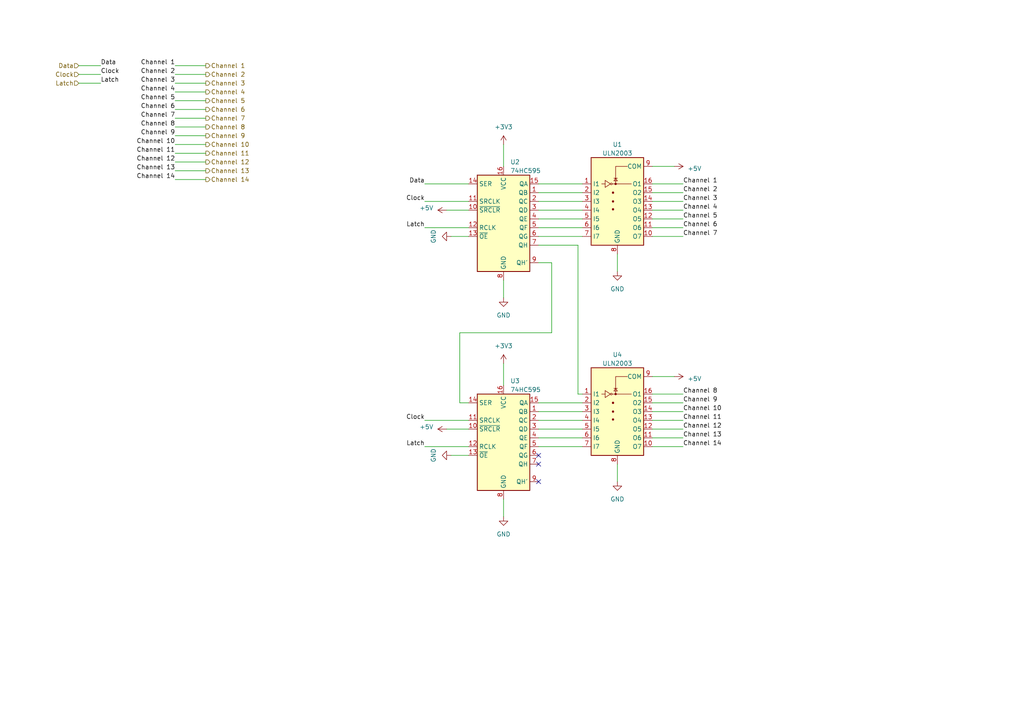
<source format=kicad_sch>
(kicad_sch (version 20230121) (generator eeschema)
  (paper "A4")
  (title_block (title "Essigfabrik 2-Way PA Switcher") (date "2023-11-21") (rev "1") (company "Daniel Machnik Sounddesign und Tontechnik"))
  (lib_symbols
    (symbol "74xx:74HC595"
      (property "Reference" "U" (at -7.62 13.97 0))
      (property "Value" "74HC595" (at -7.62 -16.51 0))
      (symbol "74HC595_1_0"
        (pin tri_state line (at 10.16 7.62 180) (length 2.54) (name "QB") (number "1"))
        (pin input line (at -10.16 2.54 0) (length 2.54) (name "~{SRCLR}") (number "10"))
        (pin input line (at -10.16 5.08 0) (length 2.54) (name "SRCLK") (number "11"))
        (pin input line (at -10.16 -2.54 0) (length 2.54) (name "RCLK") (number "12"))
        (pin input line (at -10.16 -5.08 0) (length 2.54) (name "~{OE}") (number "13"))
        (pin input line (at -10.16 10.16 0) (length 2.54) (name "SER") (number "14"))
        (pin tri_state line (at 10.16 10.16 180) (length 2.54) (name "QA") (number "15"))
        (pin power_in line (at 0 15.24 270) (length 2.54) (name "VCC") (number "16"))
        (pin tri_state line (at 10.16 5.08 180) (length 2.54) (name "QC") (number "2"))
        (pin tri_state line (at 10.16 2.54 180) (length 2.54) (name "QD") (number "3"))
        (pin tri_state line (at 10.16 0 180) (length 2.54) (name "QE") (number "4"))
        (pin tri_state line (at 10.16 -2.54 180) (length 2.54) (name "QF") (number "5"))
        (pin tri_state line (at 10.16 -5.08 180) (length 2.54) (name "QG") (number "6"))
        (pin tri_state line (at 10.16 -7.62 180) (length 2.54) (name "QH") (number "7"))
        (pin power_in line (at 0 -17.78 90) (length 2.54) (name "GND") (number "8"))
        (pin output line (at 10.16 -12.7 180) (length 2.54) (name "QH'") (number "9"))
      )
      (symbol "74HC595_1_1"
        (rectangle (start -7.62 12.7) (end 7.62 -15.24) (stroke (width 0.254)) (fill (type background)))
      )
    )
    (symbol "Transistor_Array:ULN2003"
      (property "Reference" "U" (at 0 15.875 0))
      (property "Value" "ULN2003" (at 0 13.97 0))
      (symbol "ULN2003_0_1"
        (rectangle (start -7.62 -12.7) (end 7.62 12.7) (stroke (width 0.254)) (fill (type background)))
        (circle (center -1.778 5.08) (radius 0.254))
        (circle (center -1.27 -2.286) (radius 0.254) (fill (type outline)))
        (circle (center -1.27 0) (radius 0.254) (fill (type outline)))
        (circle (center -1.27 2.54) (radius 0.254) (fill (type outline)))
        (circle (center -0.508 5.08) (radius 0.254) (fill (type outline)))
        (polyline (pts (xy -4.572 5.08) (xy -3.556 5.08)))
        (polyline (pts (xy -1.524 5.08) (xy 4.064 5.08)))
        (polyline (pts (xy 0 6.731) (xy -1.016 6.731)))
        (polyline (pts (xy -0.508 5.08) (xy -0.508 10.16) (xy 2.921 10.16)))
        (polyline (pts (xy -3.556 6.096) (xy -3.556 4.064) (xy -2.032 5.08) (xy -3.556 6.096)))
        (polyline (pts (xy 0 5.969) (xy -1.016 5.969) (xy -0.508 6.731) (xy 0 5.969)))
      )
      (symbol "ULN2003_1_1"
        (pin input line (at -10.16 5.08 0) (length 2.54) (name "I1") (number "1"))
        (pin open_collector line (at 10.16 -10.16 180) (length 2.54) (name "O7") (number "10"))
        (pin open_collector line (at 10.16 -7.62 180) (length 2.54) (name "O6") (number "11"))
        (pin open_collector line (at 10.16 -5.08 180) (length 2.54) (name "O5") (number "12"))
        (pin open_collector line (at 10.16 -2.54 180) (length 2.54) (name "O4") (number "13"))
        (pin open_collector line (at 10.16 0 180) (length 2.54) (name "O3") (number "14"))
        (pin open_collector line (at 10.16 2.54 180) (length 2.54) (name "O2") (number "15"))
        (pin open_collector line (at 10.16 5.08 180) (length 2.54) (name "O1") (number "16"))
        (pin input line (at -10.16 2.54 0) (length 2.54) (name "I2") (number "2"))
        (pin input line (at -10.16 0 0) (length 2.54) (name "I3") (number "3"))
        (pin input line (at -10.16 -2.54 0) (length 2.54) (name "I4") (number "4"))
        (pin input line (at -10.16 -5.08 0) (length 2.54) (name "I5") (number "5"))
        (pin input line (at -10.16 -7.62 0) (length 2.54) (name "I6") (number "6"))
        (pin input line (at -10.16 -10.16 0) (length 2.54) (name "I7") (number "7"))
        (pin power_in line (at 0 -15.24 90) (length 2.54) (name "GND") (number "8"))
        (pin passive line (at 10.16 10.16 180) (length 2.54) (name "COM") (number "9"))
      )
    )
    (symbol "power:+3V3" (power) (pin_names (offset 0))
      (property "Value" "+3V3" (at 0 3.556 0))
      (symbol "+3V3_0_1"
        (polyline (pts (xy -0.762 1.27) (xy 0 2.54)))
        (polyline (pts (xy 0 0) (xy 0 2.54)))
        (polyline (pts (xy 0 2.54) (xy 0.762 1.27)))
      )
      (symbol "+3V3_1_1"
        (pin power_in line (at 0 0 90) (length 0) hide (name "+3V3") (number "1"))
      )
    )
    (symbol "power:+5V" (power) (pin_names (offset 0))
      (property "Value" "+5V" (at 0 3.556 0))
      (symbol "+5V_0_1"
        (polyline (pts (xy -0.762 1.27) (xy 0 2.54)))
        (polyline (pts (xy 0 0) (xy 0 2.54)))
        (polyline (pts (xy 0 2.54) (xy 0.762 1.27)))
      )
      (symbol "+5V_1_1"
        (pin power_in line (at 0 0 90) (length 0) hide (name "+5V") (number "1"))
      )
    )
    (symbol "power:GND" (power) (pin_names (offset 0))
      (property "Value" "GND" (at 0 -3.81 0))
      (symbol "GND_0_1"
        (polyline (pts (xy 0 0) (xy 0 -1.27) (xy 1.27 -1.27) (xy 0 -2.54) (xy -1.27 -1.27) (xy 0 -1.27)))
      )
      (symbol "GND_1_1"
        (pin power_in line (at 0 0 270) (length 0) hide (name "GND") (number "1"))
      )
    )
  )
  (no_connect (at 156.21 134.62))
  (no_connect (at 156.21 132.08))
  (no_connect (at 156.21 139.7))
  (wire (pts (xy 189.23 114.3) (xy 198.12 114.3)))
  (wire (pts (xy 59.69 19.05) (xy 50.8 19.05)))
  (wire (pts (xy 146.05 144.78) (xy 146.05 149.86)))
  (wire (pts (xy 156.21 127) (xy 168.91 127)))
  (wire (pts (xy 156.21 116.84) (xy 168.91 116.84)))
  (wire (pts (xy 189.23 48.26) (xy 195.58 48.26)))
  (wire (pts (xy 189.23 60.96) (xy 198.12 60.96)))
  (wire (pts (xy 135.89 124.46) (xy 129.54 124.46)))
  (wire (pts (xy 189.23 58.42) (xy 198.12 58.42)))
  (wire (pts (xy 123.19 66.04) (xy 135.89 66.04)))
  (wire (pts (xy 123.19 121.92) (xy 135.89 121.92)))
  (wire (pts (xy 189.23 66.04) (xy 198.12 66.04)))
  (wire (pts (xy 59.69 49.53) (xy 50.8 49.53)))
  (wire (pts (xy 123.19 129.54) (xy 135.89 129.54)))
  (wire (pts (xy 179.07 73.66) (xy 179.07 78.74)))
  (wire (pts (xy 189.23 127) (xy 198.12 127)))
  (wire (pts (xy 59.69 34.29) (xy 50.8 34.29)))
  (wire (pts (xy 156.21 55.88) (xy 168.91 55.88)))
  (wire (pts (xy 156.21 119.38) (xy 168.91 119.38)))
  (wire (pts (xy 59.69 31.75) (xy 50.8 31.75)))
  (wire (pts (xy 189.23 109.22) (xy 195.58 109.22)))
  (wire (pts (xy 29.21 19.05) (xy 22.86 19.05)))
  (wire (pts (xy 59.69 52.07) (xy 50.8 52.07)))
  (wire (pts (xy 156.21 76.2) (xy 160.02 76.2)))
  (wire (pts (xy 146.05 48.26) (xy 146.05 41.91)))
  (wire (pts (xy 59.69 29.21) (xy 50.8 29.21)))
  (wire (pts (xy 189.23 53.34) (xy 198.12 53.34)))
  (wire (pts (xy 156.21 129.54) (xy 168.91 129.54)))
  (wire (pts (xy 156.21 60.96) (xy 168.91 60.96)))
  (wire (pts (xy 189.23 68.58) (xy 198.12 68.58)))
  (wire (pts (xy 146.05 81.28) (xy 146.05 86.36)))
  (wire (pts (xy 59.69 41.91) (xy 50.8 41.91)))
  (wire (pts (xy 167.64 71.12) (xy 167.64 114.3)))
  (wire (pts (xy 135.89 68.58) (xy 130.81 68.58)))
  (wire (pts (xy 156.21 68.58) (xy 168.91 68.58)))
  (wire (pts (xy 167.64 114.3) (xy 168.91 114.3)))
  (wire (pts (xy 156.21 121.92) (xy 168.91 121.92)))
  (wire (pts (xy 189.23 55.88) (xy 198.12 55.88)))
  (wire (pts (xy 123.19 53.34) (xy 135.89 53.34)))
  (wire (pts (xy 59.69 46.99) (xy 50.8 46.99)))
  (wire (pts (xy 160.02 76.2) (xy 160.02 96.52)))
  (wire (pts (xy 189.23 63.5) (xy 198.12 63.5)))
  (wire (pts (xy 189.23 124.46) (xy 198.12 124.46)))
  (wire (pts (xy 156.21 58.42) (xy 168.91 58.42)))
  (wire (pts (xy 156.21 63.5) (xy 168.91 63.5)))
  (wire (pts (xy 29.21 24.13) (xy 22.86 24.13)))
  (wire (pts (xy 59.69 39.37) (xy 50.8 39.37)))
  (wire (pts (xy 189.23 119.38) (xy 198.12 119.38)))
  (wire (pts (xy 146.05 111.76) (xy 146.05 105.41)))
  (wire (pts (xy 133.35 116.84) (xy 135.89 116.84)))
  (wire (pts (xy 156.21 53.34) (xy 168.91 53.34)))
  (wire (pts (xy 135.89 132.08) (xy 130.81 132.08)))
  (wire (pts (xy 156.21 66.04) (xy 168.91 66.04)))
  (wire (pts (xy 123.19 58.42) (xy 135.89 58.42)))
  (wire (pts (xy 189.23 129.54) (xy 198.12 129.54)))
  (wire (pts (xy 189.23 116.84) (xy 198.12 116.84)))
  (wire (pts (xy 156.21 71.12) (xy 167.64 71.12)))
  (wire (pts (xy 59.69 36.83) (xy 50.8 36.83)))
  (wire (pts (xy 160.02 96.52) (xy 133.35 96.52)))
  (wire (pts (xy 133.35 96.52) (xy 133.35 116.84)))
  (wire (pts (xy 59.69 26.67) (xy 50.8 26.67)))
  (wire (pts (xy 156.21 124.46) (xy 168.91 124.46)))
  (wire (pts (xy 179.07 134.62) (xy 179.07 139.7)))
  (wire (pts (xy 29.21 21.59) (xy 22.86 21.59)))
  (wire (pts (xy 135.89 60.96) (xy 129.54 60.96)))
  (wire (pts (xy 59.69 24.13) (xy 50.8 24.13)))
  (wire (pts (xy 59.69 44.45) (xy 50.8 44.45)))
  (wire (pts (xy 59.69 21.59) (xy 50.8 21.59)))
  (wire (pts (xy 189.23 121.92) (xy 198.12 121.92)))
  (label "Channel 13" (at 198.12 127 0))
  (label "Data" (at 123.19 53.34 180))
  (label "Latch" (at 123.19 66.04 180))
  (label "Data" (at 29.21 19.05 0))
  (label "Channel 5" (at 50.8 29.21 180))
  (label "Channel 3" (at 198.12 58.42 0))
  (label "Channel 7" (at 50.8 34.29 180))
  (label "Channel 2" (at 198.12 55.88 0))
  (label "Latch" (at 29.21 24.13 0))
  (label "Clock" (at 123.19 121.92 180))
  (label "Channel 10" (at 198.12 119.38 0))
  (label "Channel 4" (at 198.12 60.96 0))
  (label "Channel 13" (at 50.8 49.53 180))
  (label "Channel 9" (at 198.12 116.84 0))
  (label "Channel 7" (at 198.12 68.58 0))
  (label "Channel 11" (at 198.12 121.92 0))
  (label "Channel 10" (at 50.8 41.91 180))
  (label "Channel 5" (at 198.12 63.5 0))
  (label "Channel 1" (at 50.8 19.05 180))
  (label "Channel 8" (at 198.12 114.3 0))
  (label "Channel 14" (at 198.12 129.54 0))
  (label "Channel 11" (at 50.8 44.45 180))
  (label "Channel 14" (at 50.8 52.07 180))
  (label "Channel 8" (at 50.8 36.83 180))
  (label "Channel 12" (at 50.8 46.99 180))
  (label "Channel 2" (at 50.8 21.59 180))
  (label "Channel 6" (at 50.8 31.75 180))
  (label "Channel 1" (at 198.12 53.34 0))
  (label "Channel 12" (at 198.12 124.46 0))
  (label "Clock" (at 123.19 58.42 180))
  (label "Channel 9" (at 50.8 39.37 180))
  (label "Channel 6" (at 198.12 66.04 0))
  (label "Channel 3" (at 50.8 24.13 180))
  (label "Clock" (at 29.21 21.59 0))
  (label "Channel 4" (at 50.8 26.67 180))
  (label "Latch" (at 123.19 129.54 180))
  (hierarchical_label "Channel 12" (shape output) (at 59.69 46.99 0))
  (hierarchical_label "Channel 3" (shape output) (at 59.69 24.13 0))
  (hierarchical_label "Channel 13" (shape output) (at 59.69 49.53 0))
  (hierarchical_label "Channel 7" (shape output) (at 59.69 34.29 0))
  (hierarchical_label "Channel 4" (shape output) (at 59.69 26.67 0))
  (hierarchical_label "Channel 1" (shape output) (at 59.69 19.05 0))
  (hierarchical_label "Channel 6" (shape output) (at 59.69 31.75 0))
  (hierarchical_label "Data" (shape input) (at 22.86 19.05 180))
  (hierarchical_label "Channel 14" (shape output) (at 59.69 52.07 0))
  (hierarchical_label "Channel 10" (shape output) (at 59.69 41.91 0))
  (hierarchical_label "Channel 9" (shape output) (at 59.69 39.37 0))
  (hierarchical_label "Channel 2" (shape output) (at 59.69 21.59 0))
  (hierarchical_label "Channel 5" (shape output) (at 59.69 29.21 0))
  (hierarchical_label "Channel 8" (shape output) (at 59.69 36.83 0))
  (hierarchical_label "Clock" (shape input) (at 22.86 21.59 180))
  (hierarchical_label "Latch" (shape input) (at 22.86 24.13 180))
  (hierarchical_label "Channel 11" (shape output) (at 59.69 44.45 0))
  (symbol (lib_id "power:GND") (at 130.81 132.08 270) (unit 1)
    (property "Reference" "#PWR017" (effects hide))
    (property "Value" "GND" (at 125.73 132.08 0))
    (instances (project "EF_matrix" (path "" (reference "#PWR017") (unit 1)) (path "" (reference "#PWR04") (unit 1))))
  )
  (symbol (lib_id "Transistor_Array:ULN2003") (at 179.07 119.38 0) (unit 1)
    (property "Reference" "U4" (at 179.07 102.87 0))
    (property "Value" "ULN2003" (at 179.07 105.41 0))
    (property "Footprint" "Package_SO:SOIC-16_3.9x9.9mm_P1.27mm" (effects hide))
    (property "Datasheet" "http://www.ti.com/lit/ds/symlink/uln2003a.pdf" (effects hide))
  )
  (symbol (lib_id "power:GND") (at 179.07 78.74 0) (unit 1)
    (property "Reference" "#PWR01" (effects hide))
    (property "Value" "GND" (at 179.07 83.82 0))
    (instances (project "EF_matrix" (path "" (reference "#PWR01") (unit 1)) (path "" (reference "#PWR018") (unit 1))))
  )
  (symbol (lib_id "power:+5V") (at 195.58 48.26 270) (unit 1)
    (property "Reference" "#PWR02" (effects hide))
    (property "Value" "+5V" (at 199.39 48.895 90) (effects (justify left)))
    (instances (project "EF_matrix" (path "" (reference "#PWR02") (unit 1)) (path "" (reference "#PWR020") (unit 1))))
  )
  (symbol (lib_id "power:+5V") (at 195.58 109.22 270) (unit 1)
    (property "Reference" "#PWR021" (effects hide))
    (property "Value" "+5V" (at 199.39 109.855 90) (effects (justify left)))
  )
  (symbol (lib_id "power:+3V3") (at 146.05 41.91 0) (unit 1)
    (property "Reference" "#PWR05" (effects hide))
    (property "Value" "+3V3" (at 146.05 36.83 0))
  )
  (symbol (lib_id "power:GND") (at 146.05 149.86 0) (unit 1)
    (property "Reference" "#PWR019" (effects hide))
    (property "Value" "GND" (at 146.05 154.94 0))
    (instances (project "EF_matrix" (path "" (reference "#PWR019") (unit 1)) (path "" (reference "#PWR017") (unit 1))))
  )
  (symbol (lib_id "74xx:74HC595") (at 146.05 63.5 0) (unit 1)
    (property "Reference" "U2" (at 148.0059 46.99 0) (effects (justify left)))
    (property "Value" "74HC595" (at 148.0059 49.53 0) (effects (justify left)))
    (property "Footprint" "Package_SO:SOIC-16_3.9x9.9mm_P1.27mm" (effects hide))
    (property "Datasheet" "http://www.ti.com/lit/ds/symlink/sn74hc595.pdf" (effects hide))
    (instances (project "EF_matrix" (path "" (reference "U2") (unit 1)) (path "" (reference "U1") (unit 1))))
  )
  (symbol (lib_id "power:GND") (at 179.07 139.7 0) (unit 1)
    (property "Reference" "#PWR020" (effects hide))
    (property "Value" "GND" (at 179.07 144.78 0))
    (instances (project "EF_matrix" (path "" (reference "#PWR020") (unit 1)) (path "" (reference "#PWR019") (unit 1))))
  )
  (symbol (lib_id "power:GND") (at 146.05 86.36 0) (unit 1)
    (property "Reference" "#PWR03" (effects hide))
    (property "Value" "GND" (at 146.05 91.44 0))
    (instances (project "EF_matrix" (path "" (reference "#PWR03") (unit 1)) (path "" (reference "#PWR06") (unit 1))))
  )
  (symbol (lib_id "74xx:74HC595") (at 146.05 127 0) (unit 1)
    (property "Reference" "U3" (at 148.0059 110.49 0) (effects (justify left)))
    (property "Value" "74HC595" (at 148.0059 113.03 0) (effects (justify left)))
    (property "Footprint" "Package_SO:SOIC-16_3.9x9.9mm_P1.27mm" (effects hide))
    (property "Datasheet" "http://www.ti.com/lit/ds/symlink/sn74hc595.pdf" (effects hide))
    (instances (project "EF_matrix" (path "" (reference "U3") (unit 1)) (path "" (reference "U2") (unit 1))))
  )
  (symbol (lib_id "power:+3V3") (at 146.05 105.41 0) (unit 1)
    (property "Reference" "#PWR016" (effects hide))
    (property "Value" "+3V3" (at 146.05 100.33 0))
  )
  (symbol (lib_id "power:GND") (at 130.81 68.58 270) (unit 1)
    (property "Reference" "#PWR06" (effects hide))
    (property "Value" "GND" (at 125.73 68.58 0))
    (instances (project "EF_matrix" (path "" (reference "#PWR06") (unit 1)) (path "" (reference "#PWR03") (unit 1))))
  )
  (symbol (lib_id "Transistor_Array:ULN2003") (at 179.07 58.42 0) (unit 1)
    (property "Reference" "U1" (at 179.07 41.91 0))
    (property "Value" "ULN2003" (at 179.07 44.45 0))
    (property "Footprint" "Package_SO:SOIC-16_3.9x9.9mm_P1.27mm" (effects hide))
    (property "Datasheet" "http://www.ti.com/lit/ds/symlink/uln2003a.pdf" (effects hide))
    (instances (project "EF_matrix" (path "" (reference "U1") (unit 1)) (path "" (reference "U3") (unit 1))))
  )
  (symbol (lib_id "power:+5V") (at 129.54 60.96 90) (unit 1)
    (property "Reference" "#PWR05" (effects hide))
    (property "Value" "+5V" (at 125.73 60.325 90) (effects (justify left)))
    (instances (project "EF_matrix" (path "" (reference "#PWR05") (unit 1)) (path "" (reference "#PWR01") (unit 1))))
  )
  (symbol (lib_id "power:+5V") (at 129.54 124.46 90) (unit 1)
    (property "Reference" "#PWR016" (effects hide))
    (property "Value" "+5V" (at 125.73 123.825 90) (effects (justify left)))
    (instances (project "EF_matrix" (path "" (reference "#PWR016") (unit 1)) (path "" (reference "#PWR02") (unit 1))))
  )
)
</source>
